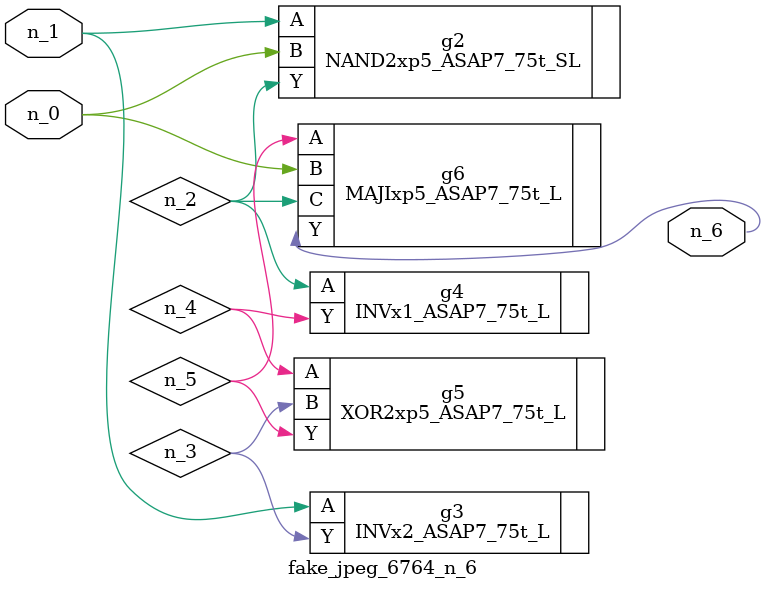
<source format=v>
module fake_jpeg_6764_n_6 (n_0, n_1, n_6);

input n_0;
input n_1;

output n_6;

wire n_3;
wire n_2;
wire n_4;
wire n_5;

NAND2xp5_ASAP7_75t_SL g2 ( 
.A(n_1),
.B(n_0),
.Y(n_2)
);

INVx2_ASAP7_75t_L g3 ( 
.A(n_1),
.Y(n_3)
);

INVx1_ASAP7_75t_L g4 ( 
.A(n_2),
.Y(n_4)
);

XOR2xp5_ASAP7_75t_L g5 ( 
.A(n_4),
.B(n_3),
.Y(n_5)
);

MAJIxp5_ASAP7_75t_L g6 ( 
.A(n_5),
.B(n_0),
.C(n_2),
.Y(n_6)
);


endmodule
</source>
